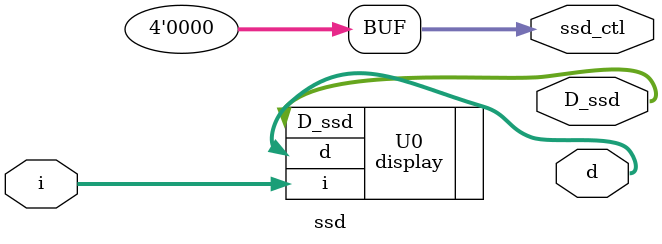
<source format=v>
`timescale 1ns / 1ps


module ssd(D_ssd, d, ssd_ctl, i);
output [7:0] D_ssd;
output [3:0] d;
output [3:0] ssd_ctl;
input [3:0] i;

display U0(.D_ssd(D_ssd),.d(d),.i(i));

assign ssd_ctl = 4'b0000;

endmodule

</source>
